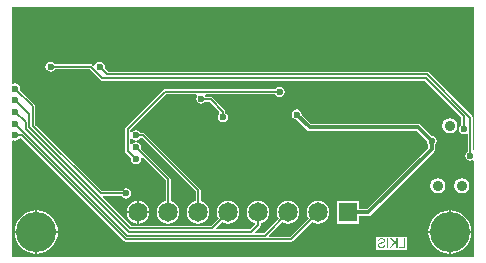
<source format=gbl>
G04*
G04 #@! TF.GenerationSoftware,Altium Limited,Altium Designer,21.6.4 (81)*
G04*
G04 Layer_Physical_Order=4*
G04 Layer_Color=16711680*
%FSLAX44Y44*%
%MOMM*%
G71*
G04*
G04 #@! TF.SameCoordinates,F90923F9-7617-4D74-A59D-B478042C8B54*
G04*
G04*
G04 #@! TF.FilePolarity,Positive*
G04*
G01*
G75*
%ADD42C,0.1520*%
%ADD43C,0.3500*%
%ADD44C,3.4000*%
%ADD45C,1.6500*%
%ADD46R,1.6500X1.6500*%
%ADD47C,0.9000*%
%ADD48C,0.6000*%
G36*
X395922Y95300D02*
X394652Y94581D01*
X394500Y94672D01*
Y121920D01*
X394342Y122712D01*
X393894Y123384D01*
X357073Y160204D01*
X356402Y160653D01*
X355610Y160810D01*
X85703D01*
X82857Y163656D01*
X83094Y164846D01*
X82762Y166512D01*
X81819Y167924D01*
X80406Y168868D01*
X78740Y169200D01*
X77074Y168868D01*
X75662Y167924D01*
X74718Y166512D01*
X74628Y166061D01*
X73250Y165643D01*
X72429Y166464D01*
X71758Y166912D01*
X70966Y167070D01*
X40753D01*
X40079Y168078D01*
X38666Y169022D01*
X37000Y169354D01*
X35334Y169022D01*
X33921Y168078D01*
X32978Y166666D01*
X32646Y165000D01*
X32978Y163334D01*
X33921Y161922D01*
X35334Y160978D01*
X37000Y160646D01*
X38666Y160978D01*
X40079Y161922D01*
X40753Y162930D01*
X70109D01*
X79309Y153730D01*
X79980Y153282D01*
X80772Y153124D01*
X353999D01*
X384655Y122469D01*
Y115688D01*
X383764Y115092D01*
X382820Y113680D01*
X382488Y112014D01*
X382820Y110348D01*
X383764Y108935D01*
X385176Y107992D01*
X386842Y107660D01*
X388508Y107992D01*
X389090Y108381D01*
X390360Y107702D01*
Y93414D01*
X389352Y92740D01*
X388408Y91328D01*
X388076Y89662D01*
X388408Y87996D01*
X389352Y86583D01*
X390764Y85640D01*
X392430Y85308D01*
X394096Y85640D01*
X394652Y86011D01*
X395922Y85332D01*
Y4078D01*
X4078Y4078D01*
Y102220D01*
X5198Y102818D01*
X5334Y102728D01*
X7000Y102396D01*
X8666Y102728D01*
X10079Y103672D01*
X10753Y104680D01*
X12027D01*
X99171Y17536D01*
X99842Y17088D01*
X100634Y16930D01*
X240800D01*
X241592Y17088D01*
X242264Y17536D01*
X258367Y33639D01*
X258699Y33384D01*
X261015Y32425D01*
X263500Y32098D01*
X265985Y32425D01*
X268301Y33384D01*
X270290Y34910D01*
X271816Y36899D01*
X272775Y39215D01*
X273102Y41700D01*
X272775Y44185D01*
X271816Y46501D01*
X270290Y48490D01*
X268301Y50016D01*
X265985Y50975D01*
X263500Y51302D01*
X261015Y50975D01*
X258699Y50016D01*
X256710Y48490D01*
X255184Y46501D01*
X254225Y44185D01*
X253898Y41700D01*
X254225Y39215D01*
X255184Y36899D01*
X255439Y36567D01*
X239943Y21070D01*
X222056D01*
X221570Y22243D01*
X232966Y33639D01*
X233299Y33384D01*
X235615Y32425D01*
X238100Y32098D01*
X240585Y32425D01*
X242901Y33384D01*
X244890Y34910D01*
X246416Y36899D01*
X247375Y39215D01*
X247702Y41700D01*
X247375Y44185D01*
X246416Y46501D01*
X244890Y48490D01*
X242901Y50016D01*
X240585Y50975D01*
X238100Y51302D01*
X235615Y50975D01*
X233299Y50016D01*
X231310Y48490D01*
X229784Y46501D01*
X228825Y44185D01*
X228498Y41700D01*
X228825Y39215D01*
X229784Y36899D01*
X230039Y36567D01*
X217583Y24110D01*
X210446D01*
X209960Y25283D01*
X214164Y29486D01*
X214612Y30158D01*
X214770Y30950D01*
Y32370D01*
X215185Y32425D01*
X217501Y33384D01*
X219490Y34910D01*
X221016Y36899D01*
X221975Y39215D01*
X222302Y41700D01*
X221975Y44185D01*
X221016Y46501D01*
X219490Y48490D01*
X217501Y50016D01*
X215185Y50975D01*
X212700Y51302D01*
X210215Y50975D01*
X207899Y50016D01*
X205910Y48490D01*
X204384Y46501D01*
X203425Y44185D01*
X203098Y41700D01*
X203425Y39215D01*
X204384Y36899D01*
X205910Y34910D01*
X207899Y33384D01*
X209675Y32648D01*
X210041Y31370D01*
X210011Y31188D01*
X205973Y27150D01*
X177336D01*
X176850Y28323D01*
X182167Y33639D01*
X182499Y33384D01*
X184815Y32425D01*
X187300Y32098D01*
X189785Y32425D01*
X192101Y33384D01*
X194090Y34910D01*
X195616Y36899D01*
X196575Y39215D01*
X196902Y41700D01*
X196575Y44185D01*
X195616Y46501D01*
X194090Y48490D01*
X192101Y50016D01*
X189785Y50975D01*
X187300Y51302D01*
X184815Y50975D01*
X182499Y50016D01*
X180510Y48490D01*
X178984Y46501D01*
X178025Y44185D01*
X177698Y41700D01*
X178025Y39215D01*
X178984Y36899D01*
X179239Y36567D01*
X172863Y30190D01*
X105325D01*
X81100Y54415D01*
X81586Y55588D01*
X97339D01*
X98013Y54580D01*
X99426Y53636D01*
X101092Y53304D01*
X102758Y53636D01*
X104171Y54580D01*
X105114Y55992D01*
X105446Y57658D01*
X105114Y59324D01*
X104171Y60736D01*
X102758Y61680D01*
X101092Y62012D01*
X99426Y61680D01*
X98013Y60736D01*
X97339Y59728D01*
X80351D01*
X24160Y115919D01*
Y131410D01*
X24002Y132202D01*
X23554Y132873D01*
X11117Y145310D01*
X11353Y146500D01*
X11022Y148166D01*
X10078Y149579D01*
X8666Y150522D01*
X7000Y150854D01*
X5334Y150522D01*
X5198Y150432D01*
X4078Y151030D01*
Y215922D01*
X395922Y215922D01*
Y95300D01*
D02*
G37*
%LPC*%
G36*
X230886Y148118D02*
X229220Y147786D01*
X227808Y146842D01*
X227134Y145834D01*
X133858D01*
X133066Y145676D01*
X132395Y145227D01*
X100899Y113731D01*
X100450Y113060D01*
X100292Y112268D01*
Y93638D01*
X100450Y92846D01*
X100899Y92174D01*
X105133Y87940D01*
X104896Y86750D01*
X105228Y85084D01*
X106172Y83672D01*
X107584Y82728D01*
X109250Y82396D01*
X110916Y82728D01*
X112329Y83672D01*
X113272Y85084D01*
X113604Y86750D01*
X113374Y87902D01*
X114545Y88528D01*
X134430Y68643D01*
Y51030D01*
X134015Y50975D01*
X131699Y50016D01*
X129710Y48490D01*
X128184Y46501D01*
X127225Y44185D01*
X126898Y41700D01*
X127225Y39215D01*
X128184Y36899D01*
X129710Y34910D01*
X131699Y33384D01*
X134015Y32425D01*
X136500Y32098D01*
X138985Y32425D01*
X141301Y33384D01*
X143290Y34910D01*
X144816Y36899D01*
X145775Y39215D01*
X146102Y41700D01*
X145775Y44185D01*
X144816Y46501D01*
X143290Y48490D01*
X141301Y50016D01*
X138985Y50975D01*
X138570Y51030D01*
Y69500D01*
X138412Y70292D01*
X137964Y70964D01*
X113367Y95560D01*
X113604Y96750D01*
X113272Y98416D01*
X112329Y99829D01*
X110916Y100772D01*
X109250Y101104D01*
X107584Y100772D01*
X106172Y99829D01*
X105702Y99125D01*
X104432Y99511D01*
Y103989D01*
X105702Y104375D01*
X106172Y103672D01*
X107584Y102728D01*
X109250Y102396D01*
X110916Y102728D01*
X112329Y103672D01*
X113003Y104680D01*
X114643D01*
X159830Y59493D01*
Y51030D01*
X159415Y50975D01*
X157099Y50016D01*
X155110Y48490D01*
X153584Y46501D01*
X152625Y44185D01*
X152298Y41700D01*
X152625Y39215D01*
X153584Y36899D01*
X155110Y34910D01*
X157099Y33384D01*
X159415Y32425D01*
X161900Y32098D01*
X164385Y32425D01*
X166701Y33384D01*
X168690Y34910D01*
X170216Y36899D01*
X171175Y39215D01*
X171502Y41700D01*
X171175Y44185D01*
X170216Y46501D01*
X168690Y48490D01*
X166701Y50016D01*
X164385Y50975D01*
X163970Y51030D01*
Y60350D01*
X163812Y61142D01*
X163364Y61814D01*
X116964Y108214D01*
X116292Y108662D01*
X115500Y108820D01*
X113003D01*
X112329Y109829D01*
X110916Y110772D01*
X109250Y111104D01*
X107584Y110772D01*
X106172Y109829D01*
X105702Y109125D01*
X104432Y109511D01*
Y111411D01*
X134715Y141694D01*
X160450D01*
X161129Y140424D01*
X160570Y139588D01*
X160238Y137922D01*
X160570Y136256D01*
X161514Y134844D01*
X162926Y133900D01*
X164592Y133568D01*
X166258Y133900D01*
X167670Y134844D01*
X167931Y135234D01*
X171719D01*
X180024Y126929D01*
X179863Y125294D01*
X179802Y125253D01*
X178858Y123840D01*
X178526Y122174D01*
X178858Y120508D01*
X179802Y119095D01*
X181214Y118152D01*
X182880Y117820D01*
X184546Y118152D01*
X185958Y119095D01*
X186902Y120508D01*
X187234Y122174D01*
X186902Y123840D01*
X185958Y125253D01*
X184950Y125927D01*
Y127000D01*
X184792Y127792D01*
X184343Y128464D01*
X174040Y138767D01*
X173368Y139216D01*
X172576Y139374D01*
X168657D01*
X168614Y139588D01*
X168055Y140424D01*
X168734Y141694D01*
X227134D01*
X227808Y140686D01*
X229220Y139742D01*
X230886Y139410D01*
X232552Y139742D01*
X233965Y140686D01*
X234908Y142098D01*
X235240Y143764D01*
X234908Y145430D01*
X233965Y146842D01*
X232552Y147786D01*
X230886Y148118D01*
D02*
G37*
G36*
X375000Y121367D02*
X372563Y120883D01*
X370498Y119502D01*
X369117Y117437D01*
X368633Y115000D01*
X369117Y112563D01*
X370498Y110498D01*
X372563Y109117D01*
X375000Y108633D01*
X377437Y109117D01*
X379502Y110498D01*
X380883Y112563D01*
X381367Y115000D01*
X380883Y117437D01*
X379502Y119502D01*
X377437Y120883D01*
X375000Y121367D01*
D02*
G37*
G36*
X385160Y70567D02*
X382723Y70083D01*
X380658Y68702D01*
X379277Y66637D01*
X378793Y64200D01*
X379277Y61763D01*
X380658Y59697D01*
X382723Y58317D01*
X385160Y57833D01*
X387597Y58317D01*
X389662Y59697D01*
X391043Y61763D01*
X391527Y64200D01*
X391043Y66637D01*
X389662Y68702D01*
X387597Y70083D01*
X385160Y70567D01*
D02*
G37*
G36*
X364840D02*
X362403Y70083D01*
X360338Y68702D01*
X358957Y66637D01*
X358473Y64200D01*
X358957Y61763D01*
X360338Y59697D01*
X362403Y58317D01*
X364840Y57833D01*
X367277Y58317D01*
X369342Y59697D01*
X370723Y61763D01*
X371207Y64200D01*
X370723Y66637D01*
X369342Y68702D01*
X367277Y70083D01*
X364840Y70567D01*
D02*
G37*
G36*
X245364Y128814D02*
X243698Y128482D01*
X242285Y127538D01*
X241342Y126126D01*
X241010Y124460D01*
X241342Y122794D01*
X242285Y121382D01*
X243698Y120438D01*
X245363Y120107D01*
X254109Y111361D01*
X255108Y110693D01*
X256286Y110459D01*
X256286Y110459D01*
X347213D01*
X355311Y102361D01*
X355642Y100696D01*
X356585Y99284D01*
Y96525D01*
X304839Y44779D01*
X298420D01*
Y51220D01*
X279380D01*
Y32180D01*
X298420D01*
Y38621D01*
X306114D01*
X307292Y38855D01*
X308291Y39523D01*
X361841Y93073D01*
X362509Y94072D01*
X362743Y95250D01*
Y99284D01*
X363686Y100696D01*
X364018Y102362D01*
X363686Y104028D01*
X362743Y105441D01*
X361330Y106384D01*
X359665Y106715D01*
X350665Y115715D01*
X349666Y116383D01*
X348488Y116617D01*
X257561D01*
X249717Y124461D01*
X249386Y126126D01*
X248442Y127538D01*
X247030Y128482D01*
X245364Y128814D01*
D02*
G37*
G36*
X111862Y51202D02*
Y42462D01*
X120602D01*
X120375Y44185D01*
X119416Y46501D01*
X117890Y48490D01*
X115901Y50016D01*
X113585Y50975D01*
X111862Y51202D01*
D02*
G37*
G36*
X110338D02*
X108615Y50975D01*
X106299Y50016D01*
X104310Y48490D01*
X102784Y46501D01*
X101825Y44185D01*
X101598Y42462D01*
X110338D01*
Y51202D01*
D02*
G37*
G36*
X120602Y40938D02*
X111862D01*
Y32198D01*
X113585Y32425D01*
X115901Y33384D01*
X117890Y34910D01*
X119416Y36899D01*
X120375Y39215D01*
X120602Y40938D01*
D02*
G37*
G36*
X110338D02*
X101598D01*
X101825Y39215D01*
X102784Y36899D01*
X104310Y34910D01*
X106299Y33384D01*
X108615Y32425D01*
X110338Y32198D01*
Y40938D01*
D02*
G37*
G36*
X375762Y43283D02*
Y25762D01*
X393283D01*
X393006Y28582D01*
X391961Y32025D01*
X390264Y35199D01*
X387981Y37981D01*
X385199Y40264D01*
X382025Y41961D01*
X378582Y43006D01*
X375762Y43283D01*
D02*
G37*
G36*
X374238D02*
X371418Y43006D01*
X367975Y41961D01*
X364801Y40264D01*
X362019Y37981D01*
X359736Y35199D01*
X358039Y32025D01*
X356994Y28582D01*
X356717Y25762D01*
X374238D01*
Y43283D01*
D02*
G37*
G36*
X25762D02*
Y25762D01*
X43283D01*
X43006Y28582D01*
X41961Y32025D01*
X40264Y35199D01*
X37981Y37981D01*
X35199Y40264D01*
X32025Y41961D01*
X28582Y43006D01*
X25762Y43283D01*
D02*
G37*
G36*
X24238D02*
X21418Y43006D01*
X17975Y41961D01*
X14801Y40264D01*
X12019Y37981D01*
X9736Y35199D01*
X8039Y32025D01*
X6994Y28582D01*
X6717Y25762D01*
X24238D01*
Y43283D01*
D02*
G37*
G36*
X338670Y21082D02*
X312420D01*
Y9906D01*
X338670D01*
Y21082D01*
D02*
G37*
G36*
X393283Y24238D02*
X375762D01*
Y6717D01*
X378582Y6994D01*
X382025Y8039D01*
X385199Y9736D01*
X387981Y12019D01*
X390264Y14801D01*
X391961Y17975D01*
X393006Y21418D01*
X393283Y24238D01*
D02*
G37*
G36*
X374238D02*
X356717D01*
X356994Y21418D01*
X358039Y17975D01*
X359736Y14801D01*
X362019Y12019D01*
X364801Y9736D01*
X367975Y8039D01*
X371418Y6994D01*
X374238Y6717D01*
Y24238D01*
D02*
G37*
G36*
X43283D02*
X25762D01*
Y6717D01*
X28582Y6994D01*
X32025Y8039D01*
X35199Y9736D01*
X37981Y12019D01*
X40264Y14801D01*
X41961Y17975D01*
X43006Y21418D01*
X43283Y24238D01*
D02*
G37*
G36*
X24238D02*
X6717D01*
X6994Y21418D01*
X8039Y17975D01*
X9736Y14801D01*
X12019Y12019D01*
X14801Y9736D01*
X17975Y8039D01*
X21418Y6994D01*
X24238Y6717D01*
Y24238D01*
D02*
G37*
%LPD*%
G36*
X330900Y11549D02*
X329826D01*
Y14365D01*
X328500Y15644D01*
X325607Y11549D01*
X324188D01*
X327749Y16372D01*
X324334Y19669D01*
X325795D01*
X329826Y15639D01*
Y19669D01*
X330900D01*
Y11549D01*
D02*
G37*
G36*
X337207D02*
X332138D01*
Y12505D01*
X336134D01*
Y19669D01*
X337207D01*
Y11549D01*
D02*
G37*
G36*
X323114D02*
X322040D01*
Y19669D01*
X323114D01*
Y11549D01*
D02*
G37*
G36*
X317499Y19804D02*
X317645Y19799D01*
X317786Y19787D01*
X317927Y19769D01*
X318056Y19746D01*
X318179Y19722D01*
X318291Y19699D01*
X318396Y19669D01*
X318496Y19646D01*
X318584Y19617D01*
X318655Y19593D01*
X318719Y19576D01*
X318772Y19552D01*
X318807Y19540D01*
X318831Y19534D01*
X318836Y19529D01*
X318960Y19476D01*
X319071Y19417D01*
X319177Y19353D01*
X319277Y19288D01*
X319370Y19218D01*
X319452Y19153D01*
X319529Y19083D01*
X319593Y19018D01*
X319652Y18959D01*
X319705Y18901D01*
X319752Y18854D01*
X319787Y18807D01*
X319816Y18772D01*
X319834Y18742D01*
X319846Y18725D01*
X319851Y18719D01*
X319910Y18619D01*
X319963Y18514D01*
X320010Y18414D01*
X320051Y18314D01*
X320086Y18214D01*
X320116Y18120D01*
X320133Y18032D01*
X320157Y17944D01*
X320168Y17862D01*
X320180Y17792D01*
X320186Y17727D01*
X320192Y17674D01*
X320198Y17628D01*
Y17598D01*
Y17575D01*
Y17569D01*
X320192Y17463D01*
X320186Y17364D01*
X320151Y17176D01*
X320110Y17006D01*
X320080Y16929D01*
X320057Y16853D01*
X320028Y16789D01*
X320004Y16730D01*
X319981Y16683D01*
X319957Y16642D01*
X319939Y16607D01*
X319928Y16583D01*
X319922Y16566D01*
X319916Y16560D01*
X319857Y16478D01*
X319799Y16395D01*
X319658Y16249D01*
X319517Y16120D01*
X319376Y16014D01*
X319306Y15967D01*
X319247Y15926D01*
X319188Y15885D01*
X319142Y15856D01*
X319100Y15832D01*
X319071Y15814D01*
X319054Y15809D01*
X319048Y15803D01*
X318954Y15756D01*
X318854Y15715D01*
X318737Y15668D01*
X318613Y15621D01*
X318355Y15533D01*
X318097Y15457D01*
X317980Y15421D01*
X317862Y15392D01*
X317757Y15363D01*
X317669Y15339D01*
X317593Y15322D01*
X317534Y15304D01*
X317516Y15298D01*
X317499D01*
X317493Y15292D01*
X317487D01*
X317288Y15245D01*
X317106Y15199D01*
X316935Y15157D01*
X316789Y15116D01*
X316654Y15081D01*
X316537Y15052D01*
X316437Y15022D01*
X316343Y14993D01*
X316267Y14970D01*
X316202Y14952D01*
X316155Y14934D01*
X316114Y14923D01*
X316079Y14911D01*
X316061Y14905D01*
X316049Y14899D01*
X316044D01*
X315950Y14858D01*
X315868Y14823D01*
X315785Y14782D01*
X315715Y14741D01*
X315645Y14700D01*
X315586Y14659D01*
X315533Y14618D01*
X315486Y14582D01*
X315445Y14547D01*
X315410Y14512D01*
X315351Y14459D01*
X315322Y14424D01*
X315310Y14418D01*
Y14412D01*
X315234Y14301D01*
X315175Y14189D01*
X315134Y14078D01*
X315111Y13978D01*
X315093Y13884D01*
X315087Y13849D01*
Y13814D01*
X315081Y13784D01*
Y13767D01*
Y13755D01*
Y13749D01*
X315093Y13614D01*
X315117Y13479D01*
X315158Y13362D01*
X315199Y13262D01*
X315240Y13174D01*
X315263Y13139D01*
X315281Y13110D01*
X315293Y13086D01*
X315304Y13069D01*
X315316Y13057D01*
Y13051D01*
X315410Y12939D01*
X315521Y12840D01*
X315639Y12752D01*
X315750Y12681D01*
X315856Y12629D01*
X315897Y12605D01*
X315938Y12587D01*
X315967Y12570D01*
X315991Y12558D01*
X316008Y12552D01*
X316014D01*
X316196Y12494D01*
X316378Y12447D01*
X316560Y12417D01*
X316730Y12394D01*
X316806Y12388D01*
X316877Y12382D01*
X316935Y12376D01*
X316988D01*
X317035Y12370D01*
X317094D01*
X317346Y12382D01*
X317581Y12406D01*
X317692Y12429D01*
X317792Y12447D01*
X317892Y12470D01*
X317980Y12494D01*
X318056Y12511D01*
X318132Y12535D01*
X318191Y12558D01*
X318244Y12576D01*
X318285Y12587D01*
X318320Y12599D01*
X318338Y12611D01*
X318344D01*
X318443Y12658D01*
X318537Y12705D01*
X318625Y12758D01*
X318701Y12810D01*
X318778Y12863D01*
X318842Y12916D01*
X318907Y12969D01*
X318960Y13016D01*
X319007Y13063D01*
X319048Y13104D01*
X319083Y13139D01*
X319106Y13174D01*
X319130Y13204D01*
X319147Y13221D01*
X319153Y13233D01*
X319159Y13239D01*
X319247Y13397D01*
X319318Y13562D01*
X319376Y13732D01*
X319417Y13890D01*
X319435Y13966D01*
X319452Y14031D01*
X319464Y14095D01*
X319470Y14148D01*
X319482Y14189D01*
Y14219D01*
X319488Y14242D01*
Y14248D01*
X320503Y14160D01*
X320497Y14007D01*
X320479Y13861D01*
X320456Y13720D01*
X320426Y13585D01*
X320391Y13462D01*
X320356Y13339D01*
X320315Y13227D01*
X320274Y13121D01*
X320239Y13027D01*
X320198Y12945D01*
X320163Y12875D01*
X320127Y12810D01*
X320104Y12764D01*
X320080Y12728D01*
X320069Y12705D01*
X320063Y12699D01*
X319981Y12582D01*
X319893Y12470D01*
X319799Y12370D01*
X319699Y12277D01*
X319605Y12189D01*
X319505Y12106D01*
X319412Y12036D01*
X319318Y11971D01*
X319235Y11919D01*
X319153Y11866D01*
X319083Y11825D01*
X319018Y11789D01*
X318966Y11766D01*
X318930Y11748D01*
X318901Y11737D01*
X318895Y11731D01*
X318754Y11678D01*
X318602Y11625D01*
X318449Y11584D01*
X318291Y11549D01*
X317980Y11490D01*
X317833Y11473D01*
X317692Y11455D01*
X317557Y11443D01*
X317434Y11432D01*
X317323Y11426D01*
X317229Y11420D01*
X317153Y11414D01*
X317047D01*
X316889Y11420D01*
X316730Y11426D01*
X316577Y11443D01*
X316437Y11461D01*
X316302Y11490D01*
X316173Y11514D01*
X316049Y11543D01*
X315938Y11572D01*
X315838Y11602D01*
X315750Y11631D01*
X315674Y11660D01*
X315609Y11684D01*
X315557Y11702D01*
X315515Y11719D01*
X315492Y11725D01*
X315486Y11731D01*
X315357Y11795D01*
X315240Y11860D01*
X315128Y11930D01*
X315028Y12001D01*
X314935Y12077D01*
X314847Y12153D01*
X314764Y12224D01*
X314694Y12294D01*
X314629Y12359D01*
X314577Y12417D01*
X314530Y12476D01*
X314495Y12523D01*
X314465Y12564D01*
X314442Y12593D01*
X314430Y12611D01*
X314424Y12617D01*
X314360Y12728D01*
X314301Y12834D01*
X314248Y12945D01*
X314207Y13051D01*
X314172Y13157D01*
X314143Y13256D01*
X314113Y13356D01*
X314096Y13444D01*
X314078Y13532D01*
X314066Y13608D01*
X314060Y13673D01*
X314055Y13732D01*
X314049Y13779D01*
Y13814D01*
Y13837D01*
Y13843D01*
X314055Y13966D01*
X314060Y14078D01*
X314078Y14189D01*
X314102Y14295D01*
X314125Y14401D01*
X314154Y14494D01*
X314189Y14582D01*
X314219Y14664D01*
X314248Y14735D01*
X314283Y14799D01*
X314313Y14858D01*
X314336Y14905D01*
X314360Y14940D01*
X314371Y14970D01*
X314383Y14987D01*
X314389Y14993D01*
X314459Y15087D01*
X314530Y15175D01*
X314694Y15339D01*
X314870Y15480D01*
X314958Y15545D01*
X315040Y15597D01*
X315122Y15650D01*
X315199Y15697D01*
X315263Y15732D01*
X315322Y15768D01*
X315369Y15791D01*
X315410Y15809D01*
X315433Y15820D01*
X315439Y15826D01*
X315539Y15867D01*
X315656Y15908D01*
X315785Y15955D01*
X315926Y15996D01*
X316073Y16043D01*
X316220Y16084D01*
X316519Y16161D01*
X316660Y16202D01*
X316795Y16231D01*
X316918Y16260D01*
X317023Y16290D01*
X317111Y16307D01*
X317147Y16319D01*
X317176Y16325D01*
X317199Y16331D01*
X317217D01*
X317229Y16337D01*
X317235D01*
X317469Y16395D01*
X317681Y16448D01*
X317868Y16501D01*
X318039Y16554D01*
X318185Y16607D01*
X318320Y16654D01*
X318432Y16701D01*
X318531Y16742D01*
X318613Y16783D01*
X318678Y16818D01*
X318737Y16847D01*
X318778Y16876D01*
X318813Y16894D01*
X318831Y16912D01*
X318842Y16918D01*
X318848Y16924D01*
X318901Y16976D01*
X318948Y17035D01*
X318995Y17094D01*
X319030Y17158D01*
X319083Y17276D01*
X319118Y17393D01*
X319142Y17493D01*
X319147Y17534D01*
X319153Y17575D01*
X319159Y17604D01*
Y17628D01*
Y17639D01*
Y17645D01*
X319153Y17739D01*
X319142Y17827D01*
X319118Y17915D01*
X319089Y17991D01*
X319018Y18138D01*
X318977Y18208D01*
X318936Y18267D01*
X318895Y18320D01*
X318860Y18367D01*
X318819Y18408D01*
X318790Y18443D01*
X318760Y18472D01*
X318737Y18490D01*
X318725Y18502D01*
X318719Y18508D01*
X318631Y18572D01*
X318531Y18625D01*
X318420Y18672D01*
X318308Y18713D01*
X318191Y18748D01*
X318074Y18778D01*
X317839Y18819D01*
X317733Y18836D01*
X317628Y18848D01*
X317540Y18854D01*
X317458Y18860D01*
X317393Y18866D01*
X317299D01*
X317129Y18860D01*
X316971Y18848D01*
X316824Y18830D01*
X316683Y18807D01*
X316560Y18772D01*
X316443Y18742D01*
X316337Y18707D01*
X316243Y18672D01*
X316161Y18631D01*
X316091Y18596D01*
X316032Y18566D01*
X315979Y18537D01*
X315938Y18508D01*
X315914Y18490D01*
X315897Y18478D01*
X315891Y18472D01*
X315809Y18396D01*
X315733Y18308D01*
X315662Y18220D01*
X315604Y18126D01*
X315551Y18027D01*
X315504Y17933D01*
X315463Y17839D01*
X315433Y17745D01*
X315404Y17657D01*
X315381Y17575D01*
X315363Y17499D01*
X315351Y17440D01*
X315340Y17387D01*
X315334Y17346D01*
X315328Y17322D01*
Y17311D01*
X314295Y17387D01*
X314307Y17516D01*
X314319Y17645D01*
X314342Y17768D01*
X314371Y17886D01*
X314401Y17997D01*
X314436Y18103D01*
X314471Y18203D01*
X314506Y18291D01*
X314547Y18373D01*
X314577Y18443D01*
X314612Y18508D01*
X314641Y18561D01*
X314665Y18602D01*
X314682Y18637D01*
X314694Y18654D01*
X314700Y18660D01*
X314770Y18766D01*
X314853Y18860D01*
X314935Y18954D01*
X315023Y19036D01*
X315111Y19112D01*
X315199Y19182D01*
X315281Y19247D01*
X315369Y19300D01*
X315445Y19353D01*
X315521Y19394D01*
X315586Y19435D01*
X315645Y19464D01*
X315692Y19488D01*
X315727Y19505D01*
X315750Y19511D01*
X315756Y19517D01*
X315885Y19570D01*
X316020Y19617D01*
X316155Y19652D01*
X316296Y19687D01*
X316560Y19740D01*
X316689Y19757D01*
X316806Y19775D01*
X316924Y19787D01*
X317023Y19793D01*
X317117Y19804D01*
X317194D01*
X317258Y19810D01*
X317346D01*
X317499Y19804D01*
D02*
G37*
D42*
X206830Y25080D02*
X212700Y30950D01*
Y41700D01*
X103209Y25080D02*
X206830D01*
X173720Y28120D02*
X187300Y41700D01*
X7000Y106750D02*
X12884D01*
X7183Y116750D02*
X101893Y22040D01*
X7000Y116750D02*
X7183D01*
X7000Y126750D02*
X16002Y117748D01*
X19050Y113538D02*
Y124700D01*
X7000Y136750D02*
X19050Y124700D01*
X22090Y115062D02*
Y131410D01*
X7000Y146500D02*
X22090Y131410D01*
X109250Y96750D02*
X136500Y69500D01*
Y41700D02*
Y69500D01*
X115500Y106750D02*
X161900Y60350D01*
X109250Y106750D02*
X115500D01*
X161900Y41700D02*
Y60350D01*
X37000Y165000D02*
X70966D01*
X80772Y155194D02*
X354857D01*
X70966Y165000D02*
X80772Y155194D01*
X78740Y164846D02*
X84846Y158740D01*
X355610D01*
X354857Y155194D02*
X386724Y123326D01*
X355610Y158740D02*
X392430Y121920D01*
X22090Y115062D02*
X79494Y57658D01*
X101092D01*
X165210Y137304D02*
X172576D01*
X182880Y122174D02*
Y127000D01*
X172576Y137304D02*
X182880Y127000D01*
X164592Y137922D02*
X165210Y137304D01*
X102362Y112268D02*
X133858Y143764D01*
X230886D01*
X386724Y112132D02*
Y123326D01*
Y112132D02*
X386842Y112014D01*
X392430Y89662D02*
Y121920D01*
X16002Y112287D02*
X103209Y25080D01*
X100634Y19000D02*
X240800D01*
X101893Y22040D02*
X218440D01*
X19050Y113538D02*
X104468Y28120D01*
X12884Y106750D02*
X100634Y19000D01*
X104468Y28120D02*
X173720D01*
X102362Y93638D02*
Y112268D01*
Y93638D02*
X109250Y86750D01*
X16002Y112287D02*
Y117748D01*
X240800Y19000D02*
X263500Y41700D01*
X218440Y22040D02*
X238100Y41700D01*
D43*
X245364Y124460D02*
X256286Y113538D01*
X348488D02*
X359664Y102362D01*
X256286Y113538D02*
X348488D01*
X359664Y95250D02*
Y102362D01*
X306114Y41700D02*
X359664Y95250D01*
X288900Y41700D02*
X306114D01*
D44*
X375000Y25000D02*
D03*
X25000D02*
D03*
D45*
X161900Y41700D02*
D03*
X187300D02*
D03*
X212700D02*
D03*
X263500D02*
D03*
X238100D02*
D03*
X136500D02*
D03*
X111100D02*
D03*
D46*
X288900D02*
D03*
D47*
X375000Y115000D02*
D03*
X385160Y64200D02*
D03*
X364840D02*
D03*
D48*
X135000Y79250D02*
D03*
X118500Y95750D02*
D03*
X7000Y106750D02*
D03*
Y116750D02*
D03*
Y126750D02*
D03*
Y136750D02*
D03*
X7000Y146500D02*
D03*
X392000Y137000D02*
D03*
Y152000D02*
D03*
Y167000D02*
D03*
Y182000D02*
D03*
Y197000D02*
D03*
Y212000D02*
D03*
X143000Y92000D02*
D03*
X308000Y64000D02*
D03*
X293000Y63000D02*
D03*
X278000D02*
D03*
X263000D02*
D03*
X248000D02*
D03*
X233000D02*
D03*
X218000D02*
D03*
X203000D02*
D03*
X188000D02*
D03*
X173000D02*
D03*
X143000D02*
D03*
X353000Y20000D02*
D03*
Y8000D02*
D03*
X293000D02*
D03*
X278000D02*
D03*
X263000D02*
D03*
X248000D02*
D03*
X233000D02*
D03*
X218000D02*
D03*
X203000D02*
D03*
X83000Y20000D02*
D03*
X68000D02*
D03*
X53000D02*
D03*
X188000Y8000D02*
D03*
X173000D02*
D03*
X158000D02*
D03*
X143000D02*
D03*
X128000D02*
D03*
X113000D02*
D03*
X98000D02*
D03*
X83000D02*
D03*
X68000D02*
D03*
X53000D02*
D03*
X383000Y212000D02*
D03*
Y197000D02*
D03*
Y182000D02*
D03*
Y167000D02*
D03*
Y152000D02*
D03*
Y47000D02*
D03*
X368000Y212000D02*
D03*
Y197000D02*
D03*
Y182000D02*
D03*
Y167000D02*
D03*
Y122000D02*
D03*
Y47000D02*
D03*
X353000Y212000D02*
D03*
Y197000D02*
D03*
Y182000D02*
D03*
Y167000D02*
D03*
Y137000D02*
D03*
Y122000D02*
D03*
Y62000D02*
D03*
Y47000D02*
D03*
Y32000D02*
D03*
X338000Y212000D02*
D03*
Y197000D02*
D03*
Y182000D02*
D03*
Y167000D02*
D03*
Y137000D02*
D03*
Y122000D02*
D03*
Y107000D02*
D03*
Y92000D02*
D03*
Y47000D02*
D03*
Y32000D02*
D03*
X323000Y212000D02*
D03*
Y197000D02*
D03*
Y182000D02*
D03*
Y167000D02*
D03*
Y137000D02*
D03*
Y122000D02*
D03*
Y107000D02*
D03*
Y92000D02*
D03*
Y77000D02*
D03*
Y47000D02*
D03*
Y32000D02*
D03*
X308000Y212000D02*
D03*
Y197000D02*
D03*
Y182000D02*
D03*
Y167000D02*
D03*
Y137000D02*
D03*
Y122000D02*
D03*
Y107000D02*
D03*
Y92000D02*
D03*
Y77000D02*
D03*
Y32000D02*
D03*
X293000Y212000D02*
D03*
Y197000D02*
D03*
Y167000D02*
D03*
Y92000D02*
D03*
X278000Y212000D02*
D03*
Y197000D02*
D03*
Y167000D02*
D03*
Y92000D02*
D03*
X263000Y212000D02*
D03*
Y197000D02*
D03*
Y182000D02*
D03*
Y167000D02*
D03*
Y122000D02*
D03*
Y92000D02*
D03*
Y77000D02*
D03*
X248000Y212000D02*
D03*
Y197000D02*
D03*
Y182000D02*
D03*
Y167000D02*
D03*
Y92000D02*
D03*
Y77000D02*
D03*
X233000Y212000D02*
D03*
Y197000D02*
D03*
Y182000D02*
D03*
Y167000D02*
D03*
Y92000D02*
D03*
Y77000D02*
D03*
X218000Y212000D02*
D03*
Y197000D02*
D03*
Y182000D02*
D03*
Y167000D02*
D03*
Y92000D02*
D03*
Y77000D02*
D03*
X203000Y212000D02*
D03*
Y197000D02*
D03*
Y182000D02*
D03*
Y167000D02*
D03*
Y92000D02*
D03*
Y77000D02*
D03*
Y32000D02*
D03*
X188000Y212000D02*
D03*
Y197000D02*
D03*
Y182000D02*
D03*
Y167000D02*
D03*
Y92000D02*
D03*
Y77000D02*
D03*
X173000Y212000D02*
D03*
Y197000D02*
D03*
Y182000D02*
D03*
Y167000D02*
D03*
Y122000D02*
D03*
Y92000D02*
D03*
Y77000D02*
D03*
X158000Y212000D02*
D03*
Y197000D02*
D03*
Y182000D02*
D03*
Y167000D02*
D03*
Y122000D02*
D03*
Y92000D02*
D03*
Y77000D02*
D03*
X143000Y212000D02*
D03*
Y197000D02*
D03*
Y182000D02*
D03*
Y167000D02*
D03*
Y122000D02*
D03*
X128000Y212000D02*
D03*
Y197000D02*
D03*
Y122000D02*
D03*
X113000Y212000D02*
D03*
Y197000D02*
D03*
Y137000D02*
D03*
Y77000D02*
D03*
X98000Y212000D02*
D03*
Y197000D02*
D03*
Y47000D02*
D03*
X83000Y212000D02*
D03*
Y197000D02*
D03*
X68000Y212000D02*
D03*
Y197000D02*
D03*
Y32000D02*
D03*
X53000Y212000D02*
D03*
Y197000D02*
D03*
Y47000D02*
D03*
Y32000D02*
D03*
X38000Y212000D02*
D03*
Y197000D02*
D03*
Y137000D02*
D03*
Y62000D02*
D03*
Y47000D02*
D03*
X23000Y212000D02*
D03*
Y197000D02*
D03*
Y62000D02*
D03*
Y47000D02*
D03*
X8000Y212000D02*
D03*
Y197000D02*
D03*
Y77000D02*
D03*
Y62000D02*
D03*
Y47000D02*
D03*
X78740Y164846D02*
D03*
X101092Y57658D02*
D03*
X182880Y122174D02*
D03*
X164592Y137922D02*
D03*
X230886Y143764D02*
D03*
X245364Y124460D02*
D03*
X359664Y102362D02*
D03*
X386842Y112014D02*
D03*
X392430Y89662D02*
D03*
X37000Y165000D02*
D03*
X109250Y86750D02*
D03*
Y96750D02*
D03*
Y106750D02*
D03*
M02*

</source>
